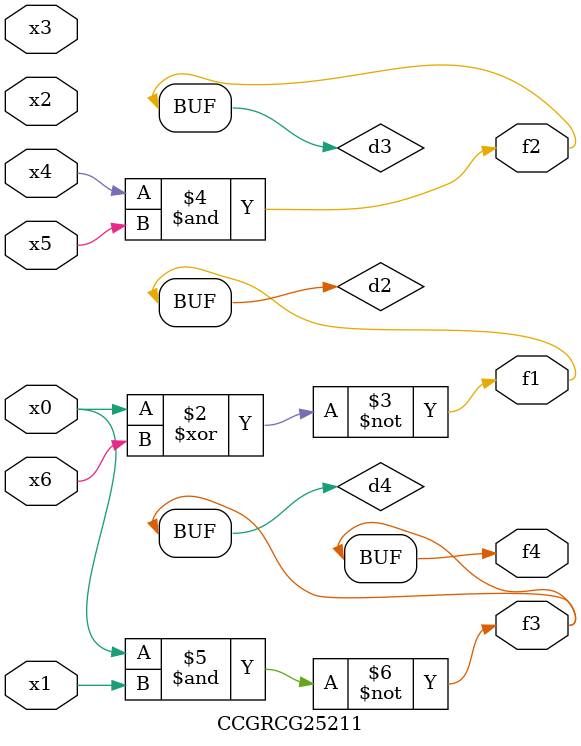
<source format=v>
module CCGRCG25211(
	input x0, x1, x2, x3, x4, x5, x6,
	output f1, f2, f3, f4
);

	wire d1, d2, d3, d4;

	nor (d1, x0);
	xnor (d2, x0, x6);
	and (d3, x4, x5);
	nand (d4, x0, x1);
	assign f1 = d2;
	assign f2 = d3;
	assign f3 = d4;
	assign f4 = d4;
endmodule

</source>
